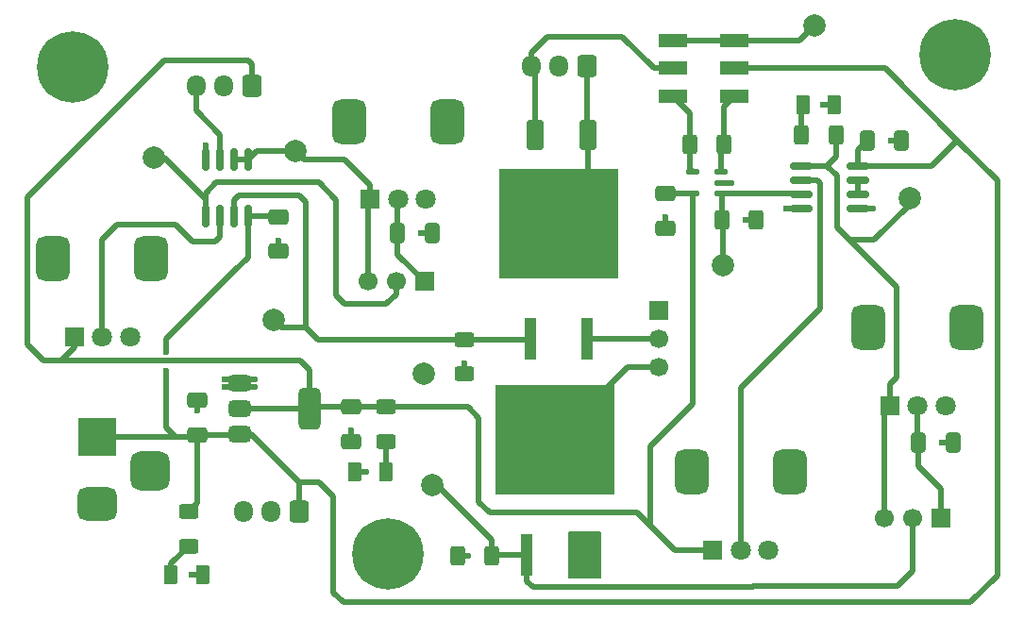
<source format=gbr>
%TF.GenerationSoftware,KiCad,Pcbnew,9.0.4*%
%TF.CreationDate,2025-10-06T02:07:33-06:00*%
%TF.ProjectId,Levitation_Analog_v1,4c657669-7461-4746-996f-6e5f416e616c,rev?*%
%TF.SameCoordinates,Original*%
%TF.FileFunction,Copper,L1,Top*%
%TF.FilePolarity,Positive*%
%FSLAX46Y46*%
G04 Gerber Fmt 4.6, Leading zero omitted, Abs format (unit mm)*
G04 Created by KiCad (PCBNEW 9.0.4) date 2025-10-06 02:07:33*
%MOMM*%
%LPD*%
G01*
G04 APERTURE LIST*
G04 Aperture macros list*
%AMRoundRect*
0 Rectangle with rounded corners*
0 $1 Rounding radius*
0 $2 $3 $4 $5 $6 $7 $8 $9 X,Y pos of 4 corners*
0 Add a 4 corners polygon primitive as box body*
4,1,4,$2,$3,$4,$5,$6,$7,$8,$9,$2,$3,0*
0 Add four circle primitives for the rounded corners*
1,1,$1+$1,$2,$3*
1,1,$1+$1,$4,$5*
1,1,$1+$1,$6,$7*
1,1,$1+$1,$8,$9*
0 Add four rect primitives between the rounded corners*
20,1,$1+$1,$2,$3,$4,$5,0*
20,1,$1+$1,$4,$5,$6,$7,0*
20,1,$1+$1,$6,$7,$8,$9,0*
20,1,$1+$1,$8,$9,$2,$3,0*%
G04 Aperture macros list end*
%TA.AperFunction,Conductor*%
%ADD10C,0.150000*%
%TD*%
%TA.AperFunction,ComponentPad*%
%ADD11C,2.000000*%
%TD*%
%TA.AperFunction,ComponentPad*%
%ADD12R,1.800000X1.800000*%
%TD*%
%TA.AperFunction,ComponentPad*%
%ADD13C,1.800000*%
%TD*%
%TA.AperFunction,ComponentPad*%
%ADD14RoundRect,0.750000X0.750000X-1.250000X0.750000X1.250000X-0.750000X1.250000X-0.750000X-1.250000X0*%
%TD*%
%TA.AperFunction,ComponentPad*%
%ADD15C,6.400000*%
%TD*%
%TA.AperFunction,SMDPad,CuDef*%
%ADD16RoundRect,0.250000X0.375000X0.625000X-0.375000X0.625000X-0.375000X-0.625000X0.375000X-0.625000X0*%
%TD*%
%TA.AperFunction,SMDPad,CuDef*%
%ADD17R,1.041400X3.810000*%
%TD*%
%TA.AperFunction,SMDPad,CuDef*%
%ADD18R,10.769600X9.880600*%
%TD*%
%TA.AperFunction,SMDPad,CuDef*%
%ADD19RoundRect,0.250000X-0.500000X-1.100000X0.500000X-1.100000X0.500000X1.100000X-0.500000X1.100000X0*%
%TD*%
%TA.AperFunction,SMDPad,CuDef*%
%ADD20RoundRect,0.250000X-0.375000X-0.625000X0.375000X-0.625000X0.375000X0.625000X-0.375000X0.625000X0*%
%TD*%
%TA.AperFunction,SMDPad,CuDef*%
%ADD21RoundRect,0.250000X-0.650000X0.412500X-0.650000X-0.412500X0.650000X-0.412500X0.650000X0.412500X0*%
%TD*%
%TA.AperFunction,SMDPad,CuDef*%
%ADD22R,2.500000X1.200000*%
%TD*%
%TA.AperFunction,SMDPad,CuDef*%
%ADD23RoundRect,0.250000X-0.412500X-0.650000X0.412500X-0.650000X0.412500X0.650000X-0.412500X0.650000X0*%
%TD*%
%TA.AperFunction,SMDPad,CuDef*%
%ADD24RoundRect,0.250000X-0.625000X0.400000X-0.625000X-0.400000X0.625000X-0.400000X0.625000X0.400000X0*%
%TD*%
%TA.AperFunction,SMDPad,CuDef*%
%ADD25RoundRect,0.250000X-0.400000X-0.625000X0.400000X-0.625000X0.400000X0.625000X-0.400000X0.625000X0*%
%TD*%
%TA.AperFunction,ComponentPad*%
%ADD26R,1.700000X1.700000*%
%TD*%
%TA.AperFunction,ComponentPad*%
%ADD27C,1.700000*%
%TD*%
%TA.AperFunction,ComponentPad*%
%ADD28RoundRect,0.250000X0.600000X0.725000X-0.600000X0.725000X-0.600000X-0.725000X0.600000X-0.725000X0*%
%TD*%
%TA.AperFunction,ComponentPad*%
%ADD29O,1.700000X1.950000*%
%TD*%
%TA.AperFunction,SMDPad,CuDef*%
%ADD30RoundRect,0.147500X0.457500X0.147500X-0.457500X0.147500X-0.457500X-0.147500X0.457500X-0.147500X0*%
%TD*%
%TA.AperFunction,SMDPad,CuDef*%
%ADD31RoundRect,0.162500X-0.825000X-0.162500X0.825000X-0.162500X0.825000X0.162500X-0.825000X0.162500X0*%
%TD*%
%TA.AperFunction,SMDPad,CuDef*%
%ADD32RoundRect,0.250000X0.400000X0.625000X-0.400000X0.625000X-0.400000X-0.625000X0.400000X-0.625000X0*%
%TD*%
%TA.AperFunction,ComponentPad*%
%ADD33R,3.500000X3.500000*%
%TD*%
%TA.AperFunction,ComponentPad*%
%ADD34RoundRect,0.750000X1.000000X-0.750000X1.000000X0.750000X-1.000000X0.750000X-1.000000X-0.750000X0*%
%TD*%
%TA.AperFunction,ComponentPad*%
%ADD35RoundRect,0.875000X0.875000X-0.875000X0.875000X0.875000X-0.875000X0.875000X-0.875000X-0.875000X0*%
%TD*%
%TA.AperFunction,SMDPad,CuDef*%
%ADD36RoundRect,0.162500X-0.162500X0.825000X-0.162500X-0.825000X0.162500X-0.825000X0.162500X0.825000X0*%
%TD*%
%TA.AperFunction,SMDPad,CuDef*%
%ADD37RoundRect,0.250000X0.650000X-0.412500X0.650000X0.412500X-0.650000X0.412500X-0.650000X-0.412500X0*%
%TD*%
%TA.AperFunction,SMDPad,CuDef*%
%ADD38RoundRect,0.375000X-0.625000X-0.375000X0.625000X-0.375000X0.625000X0.375000X-0.625000X0.375000X0*%
%TD*%
%TA.AperFunction,SMDPad,CuDef*%
%ADD39RoundRect,0.500000X-0.500000X-1.400000X0.500000X-1.400000X0.500000X1.400000X-0.500000X1.400000X0*%
%TD*%
%TA.AperFunction,ViaPad*%
%ADD40C,0.600000*%
%TD*%
%TA.AperFunction,Conductor*%
%ADD41C,0.508000*%
%TD*%
G04 APERTURE END LIST*
%TO.N,GND*%
D10*
X151340000Y-101130000D02*
X154130000Y-101130000D01*
X154130000Y-105220000D01*
X151340000Y-105220000D01*
X151340000Y-101130000D01*
%TA.AperFunction,Conductor*%
G36*
X151340000Y-101130000D02*
G01*
X154130000Y-101130000D01*
X154130000Y-105220000D01*
X151340000Y-105220000D01*
X151340000Y-101130000D01*
G37*
%TD.AperFunction*%
%TD*%
D11*
%TO.P,TP7,1,1*%
%TO.N,Net-(J2-Pin_2)*%
X114130000Y-67560000D03*
%TD*%
%TO.P,TP8,1,1*%
%TO.N,Net-(S1-Pad1)*%
X173340000Y-55720000D03*
%TD*%
D12*
%TO.P,RV3,1,1*%
%TO.N,+5V*%
X164250000Y-102760000D03*
D13*
%TO.P,RV3,2,2*%
%TO.N,Net-(U3A--)*%
X166750000Y-102760000D03*
%TO.P,RV3,3,3*%
%TO.N,GND*%
X169250000Y-102760000D03*
D14*
%TO.P,RV3,MP*%
%TO.N,N/C*%
X162350000Y-95760000D03*
X171150000Y-95760000D03*
%TD*%
D15*
%TO.P,H3,1*%
%TO.N,N/C*%
X135130000Y-103090000D03*
%TD*%
D16*
%TO.P,D2,1,K*%
%TO.N,GND*%
X175120000Y-62820000D03*
%TO.P,D2,2,A*%
%TO.N,Net-(D2-A)*%
X172320000Y-62820000D03*
%TD*%
D12*
%TO.P,RV1,1,1*%
%TO.N,Net-(J2-Pin_3)*%
X133510000Y-71280000D03*
D13*
%TO.P,RV1,2,2*%
%TO.N,Net-(J2-Pin_1)*%
X136010000Y-71280000D03*
%TO.P,RV1,3,3*%
%TO.N,unconnected-(RV1-Pad3)*%
X138510000Y-71280000D03*
D14*
%TO.P,RV1,MP*%
%TO.N,N/C*%
X131610000Y-64280000D03*
X140410000Y-64280000D03*
%TD*%
D17*
%TO.P,MOSFET1,1,G*%
%TO.N,Net-(MOSFET1-G)*%
X147860000Y-83805900D03*
%TO.P,MOSFET1,2,S*%
%TO.N,Net-(J6-Pin_2)*%
X152940000Y-83805900D03*
D18*
%TO.P,MOSFET1,3,D*%
%TO.N,Net-(D1-A)*%
X150400000Y-73430000D03*
%TD*%
D19*
%TO.P,D1,1,K*%
%TO.N,Net-(D1-K)*%
X148290000Y-65520000D03*
%TO.P,D1,2,A*%
%TO.N,Net-(D1-A)*%
X153090000Y-65520000D03*
%TD*%
D20*
%TO.P,D3,1,K*%
%TO.N,GND*%
X132170000Y-95750000D03*
%TO.P,D3,2,A*%
%TO.N,Net-(D3-A)*%
X134970000Y-95750000D03*
%TD*%
D11*
%TO.P,TP1,1,1*%
%TO.N,Net-(MOSFET1-G)*%
X124840000Y-82080000D03*
%TD*%
D21*
%TO.P,C2,1*%
%TO.N,+12V*%
X125290000Y-72827500D03*
%TO.P,C2,2*%
%TO.N,GND*%
X125290000Y-75952500D03*
%TD*%
D22*
%TO.P,S1,1*%
%TO.N,Net-(S1-Pad1)*%
X160662500Y-57025000D03*
%TO.P,S1,2*%
%TO.N,Net-(D1-K)*%
X160662500Y-59525000D03*
%TO.P,S1,3*%
%TO.N,Net-(U4-VIN-)*%
X160662500Y-62025000D03*
%TO.P,S1,4*%
%TO.N,Net-(S1-Pad1)*%
X166162500Y-57025000D03*
%TO.P,S1,5*%
%TO.N,+12V*%
X166162500Y-59525000D03*
%TO.P,S1,6*%
%TO.N,Net-(U4-VIN+)*%
X166162500Y-62025000D03*
%TD*%
D23*
%TO.P,C7,1*%
%TO.N,Net-(J3-Pin_1)*%
X182657500Y-93110000D03*
%TO.P,C7,2*%
%TO.N,GND*%
X185782500Y-93110000D03*
%TD*%
D16*
%TO.P,D4,1,K*%
%TO.N,GND*%
X118470000Y-104940000D03*
%TO.P,D4,2,A*%
%TO.N,Net-(D4-A)*%
X115670000Y-104940000D03*
%TD*%
D24*
%TO.P,R1,1*%
%TO.N,Net-(MOSFET1-G)*%
X142000000Y-83850000D03*
%TO.P,R1,2*%
%TO.N,GND*%
X142000000Y-86950000D03*
%TD*%
D21*
%TO.P,C6,1*%
%TO.N,+5V*%
X159962500Y-70722500D03*
%TO.P,C6,2*%
%TO.N,GND*%
X159962500Y-73847500D03*
%TD*%
%TO.P,C4,1*%
%TO.N,+5V*%
X131780000Y-89895000D03*
%TO.P,C4,2*%
%TO.N,GND*%
X131780000Y-93020000D03*
%TD*%
D25*
%TO.P,R3,1*%
%TO.N,Net-(U3A-+)*%
X165052500Y-73095000D03*
%TO.P,R3,2*%
%TO.N,GND*%
X168152500Y-73095000D03*
%TD*%
D11*
%TO.P,TP6,1,1*%
%TO.N,Net-(J2-Pin_3)*%
X126810000Y-66920000D03*
%TD*%
D26*
%TO.P,J2,1,Pin_1*%
%TO.N,Net-(J2-Pin_1)*%
X138380000Y-78640000D03*
D27*
%TO.P,J2,2,Pin_2*%
%TO.N,Net-(J2-Pin_2)*%
X135840000Y-78640000D03*
%TO.P,J2,3,Pin_3*%
%TO.N,Net-(J2-Pin_3)*%
X133300000Y-78640000D03*
%TD*%
D24*
%TO.P,R6,1*%
%TO.N,+5V*%
X134960000Y-89920000D03*
%TO.P,R6,2*%
%TO.N,Net-(D3-A)*%
X134960000Y-93020000D03*
%TD*%
D23*
%TO.P,C5,1*%
%TO.N,+12V*%
X178077500Y-66020000D03*
%TO.P,C5,2*%
%TO.N,GND*%
X181202500Y-66020000D03*
%TD*%
D18*
%TO.P,MOSFET2,3,D*%
%TO.N,Net-(J6-Pin_3)*%
X150130000Y-92830000D03*
D17*
%TO.P,MOSFET2,2,S*%
%TO.N,GND*%
X152670000Y-103205900D03*
%TO.P,MOSFET2,1,G*%
%TO.N,Net-(J3-Pin_2)*%
X147590000Y-103205900D03*
%TD*%
D26*
%TO.P,J3,1,Pin_1*%
%TO.N,Net-(J3-Pin_1)*%
X184690000Y-99880000D03*
D27*
%TO.P,J3,2,Pin_2*%
%TO.N,Net-(J3-Pin_2)*%
X182150000Y-99880000D03*
%TO.P,J3,3,Pin_3*%
%TO.N,Net-(J3-Pin_3)*%
X179610000Y-99880000D03*
%TD*%
D28*
%TO.P,J1,1,Pin_1*%
%TO.N,+5V*%
X122880000Y-61120000D03*
D29*
%TO.P,J1,2,Pin_2*%
%TO.N,GND*%
X120380000Y-61120000D03*
%TO.P,J1,3,Pin_3*%
%TO.N,Net-(J1-Pin_3)*%
X117880000Y-61120000D03*
%TD*%
D12*
%TO.P,RV4,1,1*%
%TO.N,Net-(J3-Pin_3)*%
X180130000Y-89790000D03*
D13*
%TO.P,RV4,2,2*%
%TO.N,Net-(J3-Pin_1)*%
X182630000Y-89790000D03*
%TO.P,RV4,3,3*%
%TO.N,unconnected-(RV4-Pad3)*%
X185130000Y-89790000D03*
D14*
%TO.P,RV4,MP*%
%TO.N,N/C*%
X178230000Y-82790000D03*
X187030000Y-82790000D03*
%TD*%
D30*
%TO.P,U4,1,OUT*%
%TO.N,Net-(U3A-+)*%
X164970000Y-70735000D03*
%TO.P,U4,2,GND*%
%TO.N,GND*%
X164970000Y-69785000D03*
%TO.P,U4,3,VIN+*%
%TO.N,Net-(U4-VIN+)*%
X164970000Y-68835000D03*
%TO.P,U4,4,VIN-*%
%TO.N,Net-(U4-VIN-)*%
X162460000Y-68835000D03*
%TO.P,U4,5,V+*%
%TO.N,+5V*%
X162460000Y-70735000D03*
%TD*%
D31*
%TO.P,U3,1*%
%TO.N,Net-(J3-Pin_3)*%
X172202500Y-68275000D03*
%TO.P,U3,2,-*%
%TO.N,Net-(U3A--)*%
X172202500Y-69545000D03*
%TO.P,U3,3,+*%
%TO.N,Net-(U3A-+)*%
X172202500Y-70815000D03*
%TO.P,U3,4,V-*%
%TO.N,GND*%
X172202500Y-72085000D03*
%TO.P,U3,5,+*%
X177277500Y-72085000D03*
%TO.P,U3,6,-*%
%TO.N,Net-(U3B--)*%
X177277500Y-70815000D03*
%TO.P,U3,7*%
X177277500Y-69545000D03*
%TO.P,U3,8,V+*%
%TO.N,+12V*%
X177277500Y-68275000D03*
%TD*%
D32*
%TO.P,R2,1*%
%TO.N,Net-(J3-Pin_2)*%
X144450000Y-103280000D03*
%TO.P,R2,2*%
%TO.N,GND*%
X141350000Y-103280000D03*
%TD*%
%TO.P,R5,1*%
%TO.N,Net-(J3-Pin_3)*%
X175330000Y-65540000D03*
%TO.P,R5,2*%
%TO.N,Net-(D2-A)*%
X172230000Y-65540000D03*
%TD*%
D12*
%TO.P,RV2,1,1*%
%TO.N,+5V*%
X106970000Y-83630000D03*
D13*
%TO.P,RV2,2,2*%
%TO.N,Net-(U1B--)*%
X109470000Y-83630000D03*
%TO.P,RV2,3,3*%
%TO.N,GND*%
X111970000Y-83630000D03*
D14*
%TO.P,RV2,MP*%
%TO.N,N/C*%
X105070000Y-76630000D03*
X113870000Y-76630000D03*
%TD*%
D11*
%TO.P,TP5,1,1*%
%TO.N,Net-(J3-Pin_2)*%
X139100000Y-96880000D03*
%TD*%
%TO.P,TP3,1,1*%
%TO.N,GND*%
X138340000Y-86880000D03*
%TD*%
%TO.P,TP2,1,1*%
%TO.N,Net-(J3-Pin_3)*%
X181940000Y-71170000D03*
%TD*%
D33*
%TO.P,J7,1*%
%TO.N,+12V*%
X109032500Y-92600000D03*
D34*
%TO.P,J7,2*%
%TO.N,GND*%
X109032500Y-98600000D03*
D35*
%TO.P,J7,3*%
X113732500Y-95600000D03*
%TD*%
D15*
%TO.P,H2,1*%
%TO.N,N/C*%
X185970000Y-58310000D03*
%TD*%
D23*
%TO.P,C1,1*%
%TO.N,Net-(J2-Pin_1)*%
X135987500Y-74270000D03*
%TO.P,C1,2*%
%TO.N,GND*%
X139112500Y-74270000D03*
%TD*%
D15*
%TO.P,H1,1*%
%TO.N,N/C*%
X106840000Y-59380000D03*
%TD*%
D36*
%TO.P,U1,1*%
%TO.N,Net-(J2-Pin_3)*%
X122565000Y-67732500D03*
%TO.P,U1,2,-*%
X121295000Y-67732500D03*
%TO.P,U1,3,+*%
%TO.N,Net-(J1-Pin_3)*%
X120025000Y-67732500D03*
%TO.P,U1,4,V-*%
%TO.N,GND*%
X118755000Y-67732500D03*
%TO.P,U1,5,+*%
%TO.N,Net-(J2-Pin_2)*%
X118755000Y-72807500D03*
%TO.P,U1,6,-*%
%TO.N,Net-(U1B--)*%
X120025000Y-72807500D03*
%TO.P,U1,7*%
%TO.N,Net-(MOSFET1-G)*%
X121295000Y-72807500D03*
%TO.P,U1,8,V+*%
%TO.N,+12V*%
X122565000Y-72807500D03*
%TD*%
D28*
%TO.P,J4,1,Pin_1*%
%TO.N,+12V*%
X127110000Y-99300000D03*
D29*
%TO.P,J4,2,Pin_2*%
%TO.N,unconnected-(J4-Pin_2-Pad2)*%
X124610000Y-99300000D03*
%TO.P,J4,3,Pin_3*%
%TO.N,GND*%
X122110000Y-99300000D03*
%TD*%
D25*
%TO.P,R4,1*%
%TO.N,Net-(U4-VIN-)*%
X162162500Y-66335000D03*
%TO.P,R4,2*%
%TO.N,Net-(U4-VIN+)*%
X165262500Y-66335000D03*
%TD*%
D37*
%TO.P,C3,2*%
%TO.N,GND*%
X118030000Y-89267500D03*
%TO.P,C3,1*%
%TO.N,+12V*%
X118030000Y-92392500D03*
%TD*%
D38*
%TO.P,U2,1,GND*%
%TO.N,GND*%
X121820000Y-87750000D03*
%TO.P,U2,2,VO*%
%TO.N,+5V*%
X121820000Y-90050000D03*
D39*
X128120000Y-90050000D03*
D38*
%TO.P,U2,3,VI*%
%TO.N,+12V*%
X121820000Y-92350000D03*
%TD*%
D24*
%TO.P,R7,1*%
%TO.N,+12V*%
X117250000Y-99300000D03*
%TO.P,R7,2*%
%TO.N,Net-(D4-A)*%
X117250000Y-102400000D03*
%TD*%
D26*
%TO.P,J6,1,Pin_1*%
%TO.N,GND*%
X159380000Y-81260000D03*
D27*
%TO.P,J6,2,Pin_2*%
%TO.N,Net-(J6-Pin_2)*%
X159380000Y-83800000D03*
%TO.P,J6,3,Pin_3*%
%TO.N,Net-(J6-Pin_3)*%
X159380000Y-86340000D03*
%TD*%
D11*
%TO.P,TP4,1,1*%
%TO.N,Net-(U3A-+)*%
X165120000Y-77220000D03*
%TD*%
D28*
%TO.P,J5,1,Pin_1*%
%TO.N,Net-(D1-A)*%
X152950000Y-59340000D03*
D29*
%TO.P,J5,2,Pin_2*%
%TO.N,unconnected-(J5-Pin_2-Pad2)*%
X150450000Y-59340000D03*
%TO.P,J5,3,Pin_3*%
%TO.N,Net-(D1-K)*%
X147950000Y-59340000D03*
%TD*%
D40*
%TO.N,+12V*%
X115230000Y-86660000D03*
X115250000Y-84940000D03*
%TO.N,GND*%
X178590000Y-72080000D03*
X170870000Y-72090000D03*
X151750000Y-104540000D03*
X153590000Y-104470000D03*
X118750000Y-66410000D03*
X174170000Y-62810000D03*
X180210000Y-66010000D03*
X165900000Y-69780000D03*
X167160000Y-73090000D03*
X159960000Y-72860000D03*
X184800000Y-93100000D03*
X153590000Y-103060000D03*
X153580000Y-103770000D03*
X153590000Y-102360000D03*
X153570000Y-101660000D03*
X151720000Y-103830000D03*
X151730000Y-103130000D03*
X151740000Y-102390000D03*
X151740000Y-101680000D03*
X142320000Y-103290000D03*
X133130000Y-95750000D03*
X117510000Y-104930000D03*
X118030000Y-90260000D03*
X120420000Y-88140000D03*
X120440000Y-87460000D03*
X123180000Y-88070000D03*
X123180000Y-87430000D03*
X131780000Y-92020000D03*
X142000000Y-85970000D03*
X138110000Y-74280000D03*
X125280000Y-74960000D03*
%TD*%
D41*
%TO.N,+12V*%
X115230000Y-91760000D02*
X116070000Y-92600000D01*
X116070000Y-92600000D02*
X117822500Y-92600000D01*
X115230000Y-86660000D02*
X115230000Y-91760000D01*
X115250000Y-83790000D02*
X115250000Y-84940000D01*
X121310000Y-77730000D02*
X115250000Y-83790000D01*
X122565000Y-76475000D02*
X121310000Y-77730000D01*
X122565000Y-72807500D02*
X122565000Y-76475000D01*
%TO.N,Net-(MOSFET1-G)*%
X125540000Y-82780000D02*
X124840000Y-82080000D01*
X127770000Y-82780000D02*
X125540000Y-82780000D01*
X127770000Y-82780000D02*
X128840000Y-83850000D01*
X127770000Y-71550000D02*
X127770000Y-82780000D01*
X121760000Y-70890000D02*
X127110000Y-70890000D01*
X121295000Y-72807500D02*
X121295000Y-71355000D01*
X142000000Y-83850000D02*
X128840000Y-83850000D01*
X121295000Y-71355000D02*
X121760000Y-70890000D01*
X127110000Y-70890000D02*
X127770000Y-71550000D01*
%TO.N,Net-(J2-Pin_2)*%
X135840000Y-79810000D02*
X135840000Y-78640000D01*
X134970000Y-80680000D02*
X135840000Y-79810000D01*
X130440000Y-79870000D02*
X131250000Y-80680000D01*
X128900000Y-69770000D02*
X130440000Y-71310000D01*
X119700000Y-69770000D02*
X128900000Y-69770000D01*
X131250000Y-80680000D02*
X134970000Y-80680000D01*
X118755000Y-70715000D02*
X119700000Y-69770000D01*
X130440000Y-71310000D02*
X130440000Y-79870000D01*
X118755000Y-71295000D02*
X118755000Y-70715000D01*
%TO.N,Net-(J2-Pin_3)*%
X127550000Y-67660000D02*
X126810000Y-66920000D01*
X131210000Y-67660000D02*
X127550000Y-67660000D01*
X123377500Y-66920000D02*
X126810000Y-66920000D01*
X122565000Y-67732500D02*
X123377500Y-66920000D01*
%TO.N,Net-(U1B--)*%
X110840000Y-73520000D02*
X109470000Y-74890000D01*
X116050000Y-73520000D02*
X110840000Y-73520000D01*
X117620000Y-75090000D02*
X116050000Y-73520000D01*
X119570000Y-75090000D02*
X117620000Y-75090000D01*
X120025000Y-74635000D02*
X119570000Y-75090000D01*
X120025000Y-72807500D02*
X120025000Y-74635000D01*
X109470000Y-74890000D02*
X109470000Y-83630000D01*
%TO.N,+12V*%
X183865000Y-68275000D02*
X186160000Y-65980000D01*
X177277500Y-68275000D02*
X183865000Y-68275000D01*
X186160000Y-65980000D02*
X189760000Y-69580000D01*
X189760000Y-69580000D02*
X189760000Y-70420000D01*
X179705000Y-59525000D02*
X186160000Y-65980000D01*
X189760000Y-70420000D02*
X189760000Y-105060000D01*
X166162500Y-59525000D02*
X179705000Y-59525000D01*
%TO.N,Net-(J3-Pin_3)*%
X181940000Y-71730000D02*
X178750000Y-74920000D01*
X181940000Y-71170000D02*
X181940000Y-71730000D01*
X178750000Y-74920000D02*
X176520000Y-74920000D01*
X176520000Y-74920000D02*
X180760000Y-79160000D01*
X175330000Y-67430000D02*
X174485000Y-68275000D01*
X175330000Y-65540000D02*
X175330000Y-67430000D01*
%TO.N,Net-(D2-A)*%
X172230000Y-62910000D02*
X172320000Y-62820000D01*
X172230000Y-65540000D02*
X172230000Y-62910000D01*
%TO.N,Net-(J3-Pin_3)*%
X180760000Y-87220000D02*
X180130000Y-87850000D01*
X180760000Y-79160000D02*
X180760000Y-87220000D01*
X175370000Y-69160000D02*
X175370000Y-73770000D01*
X174485000Y-68275000D02*
X175370000Y-69160000D01*
X175370000Y-73770000D02*
X176520000Y-74920000D01*
X172202500Y-68275000D02*
X174485000Y-68275000D01*
%TO.N,Net-(U3A--)*%
X173900000Y-69790000D02*
X173900000Y-81070000D01*
X166750000Y-88220000D02*
X173450000Y-81520000D01*
X173655000Y-69545000D02*
X173900000Y-69790000D01*
X172202500Y-69545000D02*
X173655000Y-69545000D01*
X173900000Y-81070000D02*
X173450000Y-81520000D01*
%TO.N,+12V*%
X128900000Y-96640000D02*
X127110000Y-96640000D01*
X130190000Y-97930000D02*
X128900000Y-96640000D01*
X130190000Y-106530000D02*
X130190000Y-97930000D01*
X131100000Y-107440000D02*
X130190000Y-106530000D01*
X187380000Y-107440000D02*
X131100000Y-107440000D01*
X189760000Y-105060000D02*
X187380000Y-107440000D01*
%TO.N,Net-(J3-Pin_2)*%
X167930000Y-105950000D02*
X180830000Y-105950000D01*
X180830000Y-105950000D02*
X182150000Y-104630000D01*
X148130000Y-106060000D02*
X167820000Y-106060000D01*
X167820000Y-106060000D02*
X167930000Y-105950000D01*
X147590000Y-105520000D02*
X148130000Y-106060000D01*
X147590000Y-103205900D02*
X147590000Y-105520000D01*
X144450000Y-101810000D02*
X144450000Y-103280000D01*
X139520000Y-96880000D02*
X144450000Y-101810000D01*
X139100000Y-96880000D02*
X139520000Y-96880000D01*
X144524100Y-103205900D02*
X144450000Y-103280000D01*
X147590000Y-103205900D02*
X144524100Y-103205900D01*
%TO.N,+5V*%
X106970000Y-84560000D02*
X105770000Y-85760000D01*
X105770000Y-85760000D02*
X104200000Y-85760000D01*
X106970000Y-83630000D02*
X106970000Y-84560000D01*
X122880000Y-59130000D02*
X122880000Y-61120000D01*
X102750000Y-84310000D02*
X102750000Y-71080000D01*
X104200000Y-85760000D02*
X102750000Y-84310000D01*
X127260000Y-85760000D02*
X105770000Y-85760000D01*
X128120000Y-86620000D02*
X127260000Y-85760000D01*
X102750000Y-71080000D02*
X115040000Y-58790000D01*
X115040000Y-58790000D02*
X122540000Y-58790000D01*
X128120000Y-90050000D02*
X128120000Y-86620000D01*
X122540000Y-58790000D02*
X122880000Y-59130000D01*
X107580000Y-83020000D02*
X106970000Y-83630000D01*
X158640000Y-93440000D02*
X158640000Y-100570000D01*
X162450000Y-70745000D02*
X162450000Y-89630000D01*
X162460000Y-70735000D02*
X162450000Y-70745000D01*
X162450000Y-89630000D02*
X158640000Y-93440000D01*
X158640000Y-100570000D02*
X160830000Y-102760000D01*
X160830000Y-102760000D02*
X164250000Y-102760000D01*
X144230000Y-99400000D02*
X157470000Y-99400000D01*
X143270000Y-90920000D02*
X143270000Y-98440000D01*
X142270000Y-89920000D02*
X143270000Y-90920000D01*
X143270000Y-98440000D02*
X144230000Y-99400000D01*
X157470000Y-99400000D02*
X158640000Y-100570000D01*
X134960000Y-89920000D02*
X142270000Y-89920000D01*
%TO.N,Net-(J3-Pin_2)*%
X182150000Y-99880000D02*
X182150000Y-104630000D01*
%TO.N,Net-(J6-Pin_3)*%
X156620000Y-86340000D02*
X150130000Y-92830000D01*
X159380000Y-86340000D02*
X156620000Y-86340000D01*
%TO.N,Net-(MOSFET1-G)*%
X147815900Y-83850000D02*
X147860000Y-83805900D01*
X142000000Y-83850000D02*
X147815900Y-83850000D01*
%TO.N,Net-(J6-Pin_2)*%
X152945900Y-83800000D02*
X152940000Y-83805900D01*
X159380000Y-83800000D02*
X152945900Y-83800000D01*
%TO.N,Net-(D1-K)*%
X149440000Y-56670000D02*
X147950000Y-58160000D01*
X156130000Y-56670000D02*
X149440000Y-56670000D01*
X158985000Y-59525000D02*
X156130000Y-56670000D01*
X147950000Y-58160000D02*
X147950000Y-59340000D01*
X160662500Y-59525000D02*
X158985000Y-59525000D01*
%TO.N,Net-(D1-A)*%
X153090000Y-70740000D02*
X150400000Y-73430000D01*
X153090000Y-65520000D02*
X153090000Y-70740000D01*
X152950000Y-65380000D02*
X153090000Y-65520000D01*
X152950000Y-59340000D02*
X152950000Y-65380000D01*
%TO.N,Net-(D1-K)*%
X148290000Y-59680000D02*
X147950000Y-59340000D01*
X148290000Y-65520000D02*
X148290000Y-59680000D01*
%TO.N,Net-(S1-Pad1)*%
X172035000Y-57025000D02*
X173340000Y-55720000D01*
X166162500Y-57025000D02*
X172035000Y-57025000D01*
X166162500Y-57025000D02*
X160662500Y-57025000D01*
%TO.N,Net-(U4-VIN-)*%
X162162500Y-63525000D02*
X160662500Y-62025000D01*
X162162500Y-66335000D02*
X162162500Y-63525000D01*
X162162500Y-66335000D02*
X162162500Y-68537500D01*
X162162500Y-68537500D02*
X162460000Y-68835000D01*
%TO.N,Net-(U4-VIN+)*%
X164970000Y-66627500D02*
X165262500Y-66335000D01*
X164970000Y-68835000D02*
X164970000Y-66627500D01*
X165262500Y-62925000D02*
X166162500Y-62025000D01*
X165262500Y-66335000D02*
X165262500Y-62925000D01*
%TO.N,Net-(J3-Pin_3)*%
X180130000Y-89790000D02*
X180130000Y-87850000D01*
%TO.N,Net-(U3B--)*%
X177277500Y-69545000D02*
X177277500Y-70815000D01*
%TO.N,Net-(U3A--)*%
X166750000Y-102760000D02*
X166750000Y-88220000D01*
%TO.N,Net-(U3A-+)*%
X165120000Y-73162500D02*
X165052500Y-73095000D01*
X165120000Y-77220000D02*
X165120000Y-73162500D01*
X165052500Y-70817500D02*
X164970000Y-70735000D01*
X165052500Y-73095000D02*
X165052500Y-70817500D01*
X172122500Y-70735000D02*
X172202500Y-70815000D01*
X164970000Y-70735000D02*
X172122500Y-70735000D01*
%TO.N,Net-(D2-A)*%
X172300000Y-62800000D02*
X172320000Y-62820000D01*
%TO.N,+12V*%
X177277500Y-66820000D02*
X178077500Y-66020000D01*
X177277500Y-68275000D02*
X177277500Y-66820000D01*
%TO.N,Net-(J3-Pin_3)*%
X179610000Y-90310000D02*
X180130000Y-89790000D01*
X179610000Y-99880000D02*
X179610000Y-90310000D01*
%TO.N,Net-(J3-Pin_1)*%
X182657500Y-95247500D02*
X182657500Y-93110000D01*
X184690000Y-97280000D02*
X182657500Y-95247500D01*
X184690000Y-99880000D02*
X184690000Y-97280000D01*
X182630000Y-93082500D02*
X182657500Y-93110000D01*
X182630000Y-89790000D02*
X182630000Y-93082500D01*
%TO.N,Net-(J3-Pin_2)*%
X147514100Y-103130000D02*
X147590000Y-103205900D01*
%TO.N,Net-(D3-A)*%
X134960000Y-95740000D02*
X134970000Y-95750000D01*
X134960000Y-93020000D02*
X134960000Y-95740000D01*
%TO.N,+5V*%
X131805000Y-89920000D02*
X131780000Y-89895000D01*
X134960000Y-89920000D02*
X131805000Y-89920000D01*
%TO.N,+12V*%
X122820000Y-92350000D02*
X127110000Y-96640000D01*
X121820000Y-92350000D02*
X122820000Y-92350000D01*
%TO.N,Net-(D4-A)*%
X115670000Y-103980000D02*
X117250000Y-102400000D01*
X115670000Y-104940000D02*
X115670000Y-103980000D01*
%TO.N,+12V*%
X117250000Y-99300000D02*
X118030000Y-98520000D01*
X117822500Y-92600000D02*
X118030000Y-92392500D01*
X121777500Y-92392500D02*
X121820000Y-92350000D01*
%TO.N,+5V*%
X128275000Y-89895000D02*
X128120000Y-90050000D01*
X131780000Y-89895000D02*
X128275000Y-89895000D01*
X128120000Y-90050000D02*
X121820000Y-90050000D01*
%TO.N,Net-(J2-Pin_2)*%
X115020000Y-67560000D02*
X118755000Y-71295000D01*
X114130000Y-67560000D02*
X115020000Y-67560000D01*
X118755000Y-71295000D02*
X118755000Y-72807500D01*
%TO.N,Net-(J1-Pin_3)*%
X117880000Y-63320000D02*
X117880000Y-61120000D01*
X120025000Y-65465000D02*
X117880000Y-63320000D01*
X120025000Y-67732500D02*
X120025000Y-65465000D01*
%TO.N,GND*%
X142000000Y-86950000D02*
X142000000Y-85970000D01*
X138120000Y-74270000D02*
X138110000Y-74280000D01*
X139112500Y-74270000D02*
X138120000Y-74270000D01*
X175110000Y-62810000D02*
X175120000Y-62820000D01*
X174170000Y-62810000D02*
X175110000Y-62810000D01*
X180220000Y-66020000D02*
X180210000Y-66010000D01*
X181202500Y-66020000D02*
X180220000Y-66020000D01*
X170875000Y-72085000D02*
X170870000Y-72090000D01*
X172202500Y-72085000D02*
X170875000Y-72085000D01*
X177282500Y-72080000D02*
X177277500Y-72085000D01*
X178590000Y-72080000D02*
X177282500Y-72080000D01*
X165895000Y-69785000D02*
X165900000Y-69780000D01*
X164970000Y-69785000D02*
X165895000Y-69785000D01*
X159962500Y-72862500D02*
X159960000Y-72860000D01*
X159962500Y-73847500D02*
X159962500Y-72862500D01*
X168147500Y-73090000D02*
X168152500Y-73095000D01*
X167160000Y-73090000D02*
X168147500Y-73090000D01*
X185772500Y-93100000D02*
X185782500Y-93110000D01*
X184800000Y-93100000D02*
X185772500Y-93100000D01*
X153590000Y-102360000D02*
X153515900Y-102360000D01*
X142310000Y-103280000D02*
X142320000Y-103290000D01*
X141350000Y-103280000D02*
X142310000Y-103280000D01*
X131780000Y-92020000D02*
X131780000Y-93020000D01*
X133130000Y-95750000D02*
X132170000Y-95750000D01*
X118460000Y-104930000D02*
X117510000Y-104930000D01*
X118470000Y-104940000D02*
X118460000Y-104930000D01*
X118030000Y-89267500D02*
X118030000Y-90260000D01*
X121430000Y-88140000D02*
X121820000Y-87750000D01*
X120420000Y-88140000D02*
X121430000Y-88140000D01*
X121530000Y-87460000D02*
X121820000Y-87750000D01*
X120440000Y-87460000D02*
X121530000Y-87460000D01*
X122140000Y-88070000D02*
X121820000Y-87750000D01*
X123180000Y-88070000D02*
X122140000Y-88070000D01*
X122140000Y-87430000D02*
X121820000Y-87750000D01*
X123180000Y-87430000D02*
X122140000Y-87430000D01*
X118755000Y-66415000D02*
X118755000Y-67732500D01*
X118750000Y-66410000D02*
X118755000Y-66415000D01*
X125280000Y-75942500D02*
X125290000Y-75952500D01*
X125280000Y-74960000D02*
X125280000Y-75942500D01*
%TO.N,+12V*%
X125270000Y-72807500D02*
X125290000Y-72827500D01*
X122565000Y-72807500D02*
X125270000Y-72807500D01*
%TO.N,Net-(J2-Pin_1)*%
X135987500Y-76247500D02*
X135987500Y-74270000D01*
X138380000Y-78640000D02*
X135987500Y-76247500D01*
X135987500Y-71302500D02*
X136010000Y-71280000D01*
X135987500Y-74270000D02*
X135987500Y-71302500D01*
%TO.N,Net-(J2-Pin_3)*%
X133300000Y-71490000D02*
X133510000Y-71280000D01*
X133300000Y-78640000D02*
X133300000Y-71490000D01*
X131210000Y-67660000D02*
X133510000Y-69960000D01*
X133510000Y-69960000D02*
X133510000Y-71280000D01*
X122565000Y-67732500D02*
X121295000Y-67732500D01*
%TO.N,+12V*%
X118030000Y-98520000D02*
X118030000Y-92392500D01*
X109032500Y-92600000D02*
X116070000Y-92600000D01*
X118030000Y-92392500D02*
X121777500Y-92392500D01*
%TO.N,+5V*%
X162460000Y-70735000D02*
X162447500Y-70722500D01*
X162447500Y-70722500D02*
X159962500Y-70722500D01*
%TO.N,+12V*%
X127110000Y-96640000D02*
X127110000Y-99300000D01*
%TD*%
M02*

</source>
